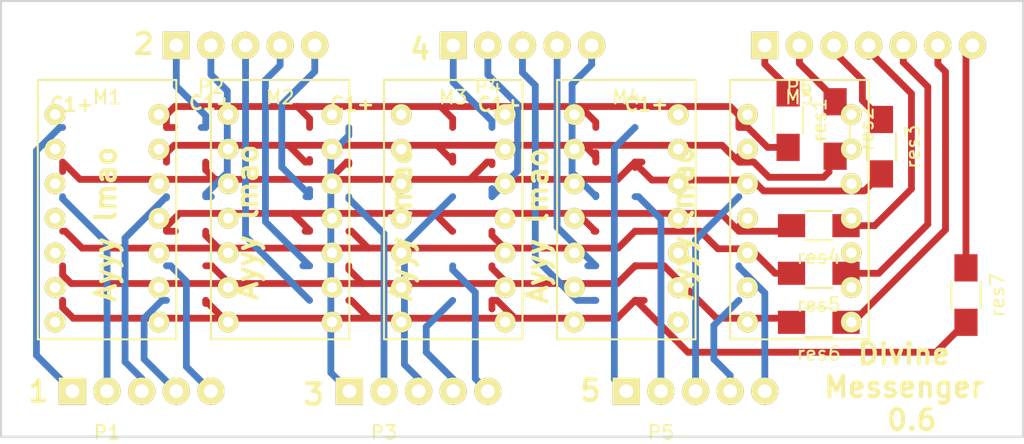
<source format=kicad_pcb>
(kicad_pcb (version 4) (host pcbnew 4.0.2+dfsg1-stable)

  (general
    (links 67)
    (no_connects 59)
    (area 136.924999 44.924999 212.075001 77.675)
    (thickness 1.6)
    (drawings 20)
    (tracks 293)
    (zones 0)
    (modules 18)
    (nets 40)
  )

  (page A4)
  (layers
    (0 F.Cu signal)
    (31 B.Cu signal)
    (32 B.Adhes user hide)
    (33 F.Adhes user hide)
    (34 B.Paste user hide)
    (35 F.Paste user hide)
    (36 B.SilkS user)
    (37 F.SilkS user)
    (38 B.Mask user)
    (39 F.Mask user)
    (40 Dwgs.User user hide)
    (41 Cmts.User user hide)
    (42 Eco1.User user hide)
    (43 Eco2.User user hide)
    (44 Edge.Cuts user)
    (45 Margin user hide)
    (46 B.CrtYd user hide)
    (47 F.CrtYd user hide)
    (48 B.Fab user hide)
    (49 F.Fab user hide)
  )

  (setup
    (last_trace_width 0.5)
    (trace_clearance 0.2)
    (zone_clearance 0.508)
    (zone_45_only no)
    (trace_min 0.5)
    (segment_width 0.2)
    (edge_width 0.15)
    (via_size 0.6)
    (via_drill 0.4)
    (via_min_size 0.4)
    (via_min_drill 0.3)
    (uvia_size 0.3)
    (uvia_drill 0.1)
    (uvias_allowed no)
    (uvia_min_size 0.2)
    (uvia_min_drill 0.1)
    (pcb_text_width 0.3)
    (pcb_text_size 1.5 1.5)
    (mod_edge_width 0.15)
    (mod_text_size 1 1)
    (mod_text_width 0.15)
    (pad_size 1.524 1.524)
    (pad_drill 0.762)
    (pad_to_mask_clearance 0.2)
    (aux_axis_origin 0 0)
    (visible_elements FFFFFF1F)
    (pcbplotparams
      (layerselection 0x010f0_80000001)
      (usegerberextensions false)
      (excludeedgelayer true)
      (linewidth 0.100000)
      (plotframeref false)
      (viasonmask false)
      (mode 1)
      (useauxorigin false)
      (hpglpennumber 1)
      (hpglpenspeed 20)
      (hpglpendiameter 15)
      (hpglpenoverlay 2)
      (psnegative false)
      (psa4output false)
      (plotreference true)
      (plotvalue true)
      (plotinvisibletext false)
      (padsonsilk false)
      (subtractmaskfromsilk false)
      (outputformat 1)
      (mirror false)
      (drillshape 0)
      (scaleselection 1)
      (outputdirectory ""))
  )

  (net 0 "")
  (net 1 C1)
  (net 2 R3)
  (net 3 C2)
  (net 4 R5)
  (net 5 R6)
  (net 6 R7)
  (net 7 C4)
  (net 8 R4)
  (net 9 C3)
  (net 10 R2)
  (net 11 R1)
  (net 12 C6)
  (net 13 C7)
  (net 14 C10)
  (net 15 C8)
  (net 16 C11)
  (net 17 C12)
  (net 18 C14)
  (net 19 C13)
  (net 20 C16)
  (net 21 C17)
  (net 22 C19)
  (net 23 C18)
  (net 24 C21)
  (net 25 C22)
  (net 26 C24)
  (net 27 C25)
  (net 28 C23)
  (net 29 C5)
  (net 30 C9)
  (net 31 C15)
  (net 32 C20)
  (net 33 "Net-(P6-Pad1)")
  (net 34 "Net-(P6-Pad2)")
  (net 35 "Net-(P6-Pad3)")
  (net 36 "Net-(P6-Pad4)")
  (net 37 "Net-(P6-Pad5)")
  (net 38 "Net-(P6-Pad6)")
  (net 39 "Net-(P6-Pad7)")

  (net_class Default "This is the default net class."
    (clearance 0.2)
    (trace_width 0.5)
    (via_dia 0.6)
    (via_drill 0.4)
    (uvia_dia 0.3)
    (uvia_drill 0.1)
  )

  (net_class now3 ""
    (clearance 0.2)
    (trace_width 0.5)
    (via_dia 0.6)
    (via_drill 0.4)
    (uvia_dia 0.3)
    (uvia_drill 0.1)
  )

  (net_class now4 ""
    (clearance 0.2)
    (trace_width 0.5)
    (via_dia 0.6)
    (via_drill 0.4)
    (uvia_dia 0.3)
    (uvia_drill 0.1)
    (add_net C1)
    (add_net C10)
    (add_net C11)
    (add_net C12)
    (add_net C13)
    (add_net C14)
    (add_net C15)
    (add_net C16)
    (add_net C17)
    (add_net C18)
    (add_net C19)
    (add_net C2)
    (add_net C20)
    (add_net C21)
    (add_net C22)
    (add_net C23)
    (add_net C24)
    (add_net C25)
    (add_net C3)
    (add_net C4)
    (add_net C5)
    (add_net C6)
    (add_net C7)
    (add_net C8)
    (add_net C9)
    (add_net "Net-(P6-Pad1)")
    (add_net "Net-(P6-Pad2)")
    (add_net "Net-(P6-Pad3)")
    (add_net "Net-(P6-Pad4)")
    (add_net "Net-(P6-Pad5)")
    (add_net "Net-(P6-Pad6)")
    (add_net "Net-(P6-Pad7)")
    (add_net R1)
    (add_net R2)
    (add_net R3)
    (add_net R4)
    (add_net R5)
    (add_net R6)
    (add_net R7)
  )

  (module Resistors_SMD:R_1206_HandSoldering (layer F.Cu) (tedit 5418A20D) (tstamp 5B840DBF)
    (at 194.75 53.75 270)
    (descr "Resistor SMD 1206, hand soldering")
    (tags "resistor 1206")
    (path /5B841175)
    (attr smd)
    (fp_text reference res1 (at 0 -2.3 270) (layer F.SilkS)
      (effects (font (size 1 1) (thickness 0.15)))
    )
    (fp_text value 1000 (at 0 2.3 270) (layer F.Fab)
      (effects (font (size 1 1) (thickness 0.15)))
    )
    (fp_line (start -3.3 -1.2) (end 3.3 -1.2) (layer F.CrtYd) (width 0.05))
    (fp_line (start -3.3 1.2) (end 3.3 1.2) (layer F.CrtYd) (width 0.05))
    (fp_line (start -3.3 -1.2) (end -3.3 1.2) (layer F.CrtYd) (width 0.05))
    (fp_line (start 3.3 -1.2) (end 3.3 1.2) (layer F.CrtYd) (width 0.05))
    (fp_line (start 1 1.075) (end -1 1.075) (layer F.SilkS) (width 0.15))
    (fp_line (start -1 -1.075) (end 1 -1.075) (layer F.SilkS) (width 0.15))
    (pad 1 smd rect (at -2 0 270) (size 2 1.7) (layers F.Cu F.Paste F.Mask)
      (net 33 "Net-(P6-Pad1)"))
    (pad 2 smd rect (at 2 0 270) (size 2 1.7) (layers F.Cu F.Paste F.Mask)
      (net 11 R1))
    (model Resistors_SMD.3dshapes/R_1206_HandSoldering.wrl
      (at (xyz 0 0 0))
      (scale (xyz 1 1 1))
      (rotate (xyz 0 0 0))
    )
  )

  (module Resistors_SMD:R_1206_HandSoldering (layer F.Cu) (tedit 5418A20D) (tstamp 5B840DC5)
    (at 198.2 54.4 270)
    (descr "Resistor SMD 1206, hand soldering")
    (tags "resistor 1206")
    (path /5B84120A)
    (attr smd)
    (fp_text reference res2 (at 0 -2.3 270) (layer F.SilkS)
      (effects (font (size 1 1) (thickness 0.15)))
    )
    (fp_text value 1000 (at 0 2.3 270) (layer F.Fab)
      (effects (font (size 1 1) (thickness 0.15)))
    )
    (fp_line (start -3.3 -1.2) (end 3.3 -1.2) (layer F.CrtYd) (width 0.05))
    (fp_line (start -3.3 1.2) (end 3.3 1.2) (layer F.CrtYd) (width 0.05))
    (fp_line (start -3.3 -1.2) (end -3.3 1.2) (layer F.CrtYd) (width 0.05))
    (fp_line (start 3.3 -1.2) (end 3.3 1.2) (layer F.CrtYd) (width 0.05))
    (fp_line (start 1 1.075) (end -1 1.075) (layer F.SilkS) (width 0.15))
    (fp_line (start -1 -1.075) (end 1 -1.075) (layer F.SilkS) (width 0.15))
    (pad 1 smd rect (at -2 0 270) (size 2 1.7) (layers F.Cu F.Paste F.Mask)
      (net 34 "Net-(P6-Pad2)"))
    (pad 2 smd rect (at 2 0 270) (size 2 1.7) (layers F.Cu F.Paste F.Mask)
      (net 10 R2))
    (model Resistors_SMD.3dshapes/R_1206_HandSoldering.wrl
      (at (xyz 0 0 0))
      (scale (xyz 1 1 1))
      (rotate (xyz 0 0 0))
    )
  )

  (module Resistors_SMD:R_1206_HandSoldering (layer F.Cu) (tedit 5418A20D) (tstamp 5B840DCB)
    (at 201.6 55.7 270)
    (descr "Resistor SMD 1206, hand soldering")
    (tags "resistor 1206")
    (path /5B84123B)
    (attr smd)
    (fp_text reference res3 (at 0 -2.3 270) (layer F.SilkS)
      (effects (font (size 1 1) (thickness 0.15)))
    )
    (fp_text value 1000 (at 0 2.3 270) (layer F.Fab)
      (effects (font (size 1 1) (thickness 0.15)))
    )
    (fp_line (start -3.3 -1.2) (end 3.3 -1.2) (layer F.CrtYd) (width 0.05))
    (fp_line (start -3.3 1.2) (end 3.3 1.2) (layer F.CrtYd) (width 0.05))
    (fp_line (start -3.3 -1.2) (end -3.3 1.2) (layer F.CrtYd) (width 0.05))
    (fp_line (start 3.3 -1.2) (end 3.3 1.2) (layer F.CrtYd) (width 0.05))
    (fp_line (start 1 1.075) (end -1 1.075) (layer F.SilkS) (width 0.15))
    (fp_line (start -1 -1.075) (end 1 -1.075) (layer F.SilkS) (width 0.15))
    (pad 1 smd rect (at -2 0 270) (size 2 1.7) (layers F.Cu F.Paste F.Mask)
      (net 35 "Net-(P6-Pad3)"))
    (pad 2 smd rect (at 2 0 270) (size 2 1.7) (layers F.Cu F.Paste F.Mask)
      (net 2 R3))
    (model Resistors_SMD.3dshapes/R_1206_HandSoldering.wrl
      (at (xyz 0 0 0))
      (scale (xyz 1 1 1))
      (rotate (xyz 0 0 0))
    )
  )

  (module Resistors_SMD:R_1206_HandSoldering (layer F.Cu) (tedit 5418A20D) (tstamp 5B840DD1)
    (at 197 61.5 180)
    (descr "Resistor SMD 1206, hand soldering")
    (tags "resistor 1206")
    (path /5B841273)
    (attr smd)
    (fp_text reference res4 (at 0 -2.3 180) (layer F.SilkS)
      (effects (font (size 1 1) (thickness 0.15)))
    )
    (fp_text value 1000 (at 0 2.3 180) (layer F.Fab)
      (effects (font (size 1 1) (thickness 0.15)))
    )
    (fp_line (start -3.3 -1.2) (end 3.3 -1.2) (layer F.CrtYd) (width 0.05))
    (fp_line (start -3.3 1.2) (end 3.3 1.2) (layer F.CrtYd) (width 0.05))
    (fp_line (start -3.3 -1.2) (end -3.3 1.2) (layer F.CrtYd) (width 0.05))
    (fp_line (start 3.3 -1.2) (end 3.3 1.2) (layer F.CrtYd) (width 0.05))
    (fp_line (start 1 1.075) (end -1 1.075) (layer F.SilkS) (width 0.15))
    (fp_line (start -1 -1.075) (end 1 -1.075) (layer F.SilkS) (width 0.15))
    (pad 1 smd rect (at -2 0 180) (size 2 1.7) (layers F.Cu F.Paste F.Mask)
      (net 36 "Net-(P6-Pad4)"))
    (pad 2 smd rect (at 2 0 180) (size 2 1.7) (layers F.Cu F.Paste F.Mask)
      (net 8 R4))
    (model Resistors_SMD.3dshapes/R_1206_HandSoldering.wrl
      (at (xyz 0 0 0))
      (scale (xyz 1 1 1))
      (rotate (xyz 0 0 0))
    )
  )

  (module Resistors_SMD:R_1206_HandSoldering (layer F.Cu) (tedit 5418A20D) (tstamp 5B840DD7)
    (at 197 65 180)
    (descr "Resistor SMD 1206, hand soldering")
    (tags "resistor 1206")
    (path /5B8412DF)
    (attr smd)
    (fp_text reference res5 (at 0 -2.3 180) (layer F.SilkS)
      (effects (font (size 1 1) (thickness 0.15)))
    )
    (fp_text value 1000 (at 0 2.3 180) (layer F.Fab)
      (effects (font (size 1 1) (thickness 0.15)))
    )
    (fp_line (start -3.3 -1.2) (end 3.3 -1.2) (layer F.CrtYd) (width 0.05))
    (fp_line (start -3.3 1.2) (end 3.3 1.2) (layer F.CrtYd) (width 0.05))
    (fp_line (start -3.3 -1.2) (end -3.3 1.2) (layer F.CrtYd) (width 0.05))
    (fp_line (start 3.3 -1.2) (end 3.3 1.2) (layer F.CrtYd) (width 0.05))
    (fp_line (start 1 1.075) (end -1 1.075) (layer F.SilkS) (width 0.15))
    (fp_line (start -1 -1.075) (end 1 -1.075) (layer F.SilkS) (width 0.15))
    (pad 1 smd rect (at -2 0 180) (size 2 1.7) (layers F.Cu F.Paste F.Mask)
      (net 37 "Net-(P6-Pad5)"))
    (pad 2 smd rect (at 2 0 180) (size 2 1.7) (layers F.Cu F.Paste F.Mask)
      (net 4 R5))
    (model Resistors_SMD.3dshapes/R_1206_HandSoldering.wrl
      (at (xyz 0 0 0))
      (scale (xyz 1 1 1))
      (rotate (xyz 0 0 0))
    )
  )

  (module Resistors_SMD:R_1206_HandSoldering (layer F.Cu) (tedit 5418A20D) (tstamp 5B840DDD)
    (at 197 68.6 180)
    (descr "Resistor SMD 1206, hand soldering")
    (tags "resistor 1206")
    (path /5B841319)
    (attr smd)
    (fp_text reference res6 (at 0 -2.3 180) (layer F.SilkS)
      (effects (font (size 1 1) (thickness 0.15)))
    )
    (fp_text value 1000 (at 0 2.3 180) (layer F.Fab)
      (effects (font (size 1 1) (thickness 0.15)))
    )
    (fp_line (start -3.3 -1.2) (end 3.3 -1.2) (layer F.CrtYd) (width 0.05))
    (fp_line (start -3.3 1.2) (end 3.3 1.2) (layer F.CrtYd) (width 0.05))
    (fp_line (start -3.3 -1.2) (end -3.3 1.2) (layer F.CrtYd) (width 0.05))
    (fp_line (start 3.3 -1.2) (end 3.3 1.2) (layer F.CrtYd) (width 0.05))
    (fp_line (start 1 1.075) (end -1 1.075) (layer F.SilkS) (width 0.15))
    (fp_line (start -1 -1.075) (end 1 -1.075) (layer F.SilkS) (width 0.15))
    (pad 1 smd rect (at -2 0 180) (size 2 1.7) (layers F.Cu F.Paste F.Mask)
      (net 38 "Net-(P6-Pad6)"))
    (pad 2 smd rect (at 2 0 180) (size 2 1.7) (layers F.Cu F.Paste F.Mask)
      (net 5 R6))
    (model Resistors_SMD.3dshapes/R_1206_HandSoldering.wrl
      (at (xyz 0 0 0))
      (scale (xyz 1 1 1))
      (rotate (xyz 0 0 0))
    )
  )

  (module Resistors_SMD:R_1206_HandSoldering (layer F.Cu) (tedit 5418A20D) (tstamp 5B840DE3)
    (at 207.8 66.6 270)
    (descr "Resistor SMD 1206, hand soldering")
    (tags "resistor 1206")
    (path /5B841356)
    (attr smd)
    (fp_text reference res7 (at 0 -2.3 270) (layer F.SilkS)
      (effects (font (size 1 1) (thickness 0.15)))
    )
    (fp_text value 1000 (at 0 2.3 270) (layer F.Fab)
      (effects (font (size 1 1) (thickness 0.15)))
    )
    (fp_line (start -3.3 -1.2) (end 3.3 -1.2) (layer F.CrtYd) (width 0.05))
    (fp_line (start -3.3 1.2) (end 3.3 1.2) (layer F.CrtYd) (width 0.05))
    (fp_line (start -3.3 -1.2) (end -3.3 1.2) (layer F.CrtYd) (width 0.05))
    (fp_line (start 3.3 -1.2) (end 3.3 1.2) (layer F.CrtYd) (width 0.05))
    (fp_line (start 1 1.075) (end -1 1.075) (layer F.SilkS) (width 0.15))
    (fp_line (start -1 -1.075) (end 1 -1.075) (layer F.SilkS) (width 0.15))
    (pad 1 smd rect (at -2 0 270) (size 2 1.7) (layers F.Cu F.Paste F.Mask)
      (net 39 "Net-(P6-Pad7)"))
    (pad 2 smd rect (at 2 0 270) (size 2 1.7) (layers F.Cu F.Paste F.Mask)
      (net 6 R7))
    (model Resistors_SMD.3dshapes/R_1206_HandSoldering.wrl
      (at (xyz 0 0 0))
      (scale (xyz 1 1 1))
      (rotate (xyz 0 0 0))
    )
  )

  (module NonRetardedHeader:NonRetardHeader1x5 (layer F.Cu) (tedit 5B840B7A) (tstamp 5B842446)
    (at 144.78 76.2)
    (path /5B841EB0)
    (fp_text reference P1 (at 0 0.5) (layer F.SilkS)
      (effects (font (size 1 1) (thickness 0.15)))
    )
    (fp_text value CONN_01X05 (at 0 -0.5) (layer F.Fab)
      (effects (font (size 1 1) (thickness 0.15)))
    )
    (pad 1 thru_hole rect (at -2.54 -2.54) (size 2 2) (drill 1) (layers *.Cu *.Mask F.SilkS)
      (net 1 C1))
    (pad 2 thru_hole circle (at 0 -2.54) (size 2 2) (drill 1) (layers *.Cu *.Mask F.SilkS)
      (net 3 C2))
    (pad 3 thru_hole circle (at 2.54 -2.54) (size 2 2) (drill 1) (layers *.Cu *.Mask F.SilkS)
      (net 9 C3))
    (pad 4 thru_hole circle (at 5.08 -2.54) (size 2 2) (drill 1) (layers *.Cu *.Mask F.SilkS)
      (net 7 C4))
    (pad 5 thru_hole circle (at 7.62 -2.54) (size 2 2) (drill 1) (layers *.Cu *.Mask F.SilkS)
      (net 29 C5))
  )

  (module NonRetardedHeader:NonRetardHeader1x5 (layer F.Cu) (tedit 5B840B7A) (tstamp 5B842458)
    (at 165.1 76.2)
    (path /5B841FAF)
    (fp_text reference P3 (at 0 0.5) (layer F.SilkS)
      (effects (font (size 1 1) (thickness 0.15)))
    )
    (fp_text value CONN_01X05 (at 0 -0.5) (layer F.Fab)
      (effects (font (size 1 1) (thickness 0.15)))
    )
    (pad 1 thru_hole rect (at -2.54 -2.54) (size 2 2) (drill 1) (layers *.Cu *.Mask F.SilkS)
      (net 16 C11))
    (pad 2 thru_hole circle (at 0 -2.54) (size 2 2) (drill 1) (layers *.Cu *.Mask F.SilkS)
      (net 17 C12))
    (pad 3 thru_hole circle (at 2.54 -2.54) (size 2 2) (drill 1) (layers *.Cu *.Mask F.SilkS)
      (net 19 C13))
    (pad 4 thru_hole circle (at 5.08 -2.54) (size 2 2) (drill 1) (layers *.Cu *.Mask F.SilkS)
      (net 18 C14))
    (pad 5 thru_hole circle (at 7.62 -2.54) (size 2 2) (drill 1) (layers *.Cu *.Mask F.SilkS)
      (net 31 C15))
  )

  (module NonRetardedHeader:NonRetardHeader1x5 (layer F.Cu) (tedit 5B840B7A) (tstamp 5B84246A)
    (at 185.42 76.2)
    (path /5B8420AC)
    (fp_text reference P5 (at 0 0.5) (layer F.SilkS)
      (effects (font (size 1 1) (thickness 0.15)))
    )
    (fp_text value CONN_01X05 (at 0 -0.5) (layer F.Fab)
      (effects (font (size 1 1) (thickness 0.15)))
    )
    (pad 1 thru_hole rect (at -2.54 -2.54) (size 2 2) (drill 1) (layers *.Cu *.Mask F.SilkS)
      (net 24 C21))
    (pad 2 thru_hole circle (at 0 -2.54) (size 2 2) (drill 1) (layers *.Cu *.Mask F.SilkS)
      (net 25 C22))
    (pad 3 thru_hole circle (at 2.54 -2.54) (size 2 2) (drill 1) (layers *.Cu *.Mask F.SilkS)
      (net 28 C23))
    (pad 4 thru_hole circle (at 5.08 -2.54) (size 2 2) (drill 1) (layers *.Cu *.Mask F.SilkS)
      (net 26 C24))
    (pad 5 thru_hole circle (at 7.62 -2.54) (size 2 2) (drill 1) (layers *.Cu *.Mask F.SilkS)
      (net 27 C25))
  )

  (module NonRetardedHeader:NonRetardHeader1x7 (layer F.Cu) (tedit 5B840BA7) (tstamp 5B842475)
    (at 195.58 50.8)
    (path /5B84156A)
    (fp_text reference P6 (at 0 0.5) (layer F.SilkS)
      (effects (font (size 1 1) (thickness 0.15)))
    )
    (fp_text value CONN_01X07 (at 0 -0.5) (layer F.Fab)
      (effects (font (size 1 1) (thickness 0.15)))
    )
    (pad 1 thru_hole rect (at -2.54 -2.54) (size 2 2) (drill 1) (layers *.Cu *.Mask F.SilkS)
      (net 33 "Net-(P6-Pad1)"))
    (pad 2 thru_hole circle (at 0 -2.54) (size 2 2) (drill 1) (layers *.Cu *.Mask F.SilkS)
      (net 34 "Net-(P6-Pad2)"))
    (pad 3 thru_hole circle (at 2.54 -2.54) (size 2 2) (drill 1) (layers *.Cu *.Mask F.SilkS)
      (net 35 "Net-(P6-Pad3)"))
    (pad 4 thru_hole circle (at 5.08 -2.54) (size 2 2) (drill 1) (layers *.Cu *.Mask F.SilkS)
      (net 36 "Net-(P6-Pad4)"))
    (pad 5 thru_hole circle (at 7.62 -2.54) (size 2 2) (drill 1) (layers *.Cu *.Mask F.SilkS)
      (net 37 "Net-(P6-Pad5)"))
    (pad 6 thru_hole circle (at 10.16 -2.54) (size 2 2) (drill 1) (layers *.Cu *.Mask F.SilkS)
      (net 38 "Net-(P6-Pad6)"))
    (pad 7 thru_hole circle (at 12.7 -2.54) (size 2 2) (drill 1) (layers *.Cu *.Mask F.SilkS)
      (net 39 "Net-(P6-Pad7)"))
  )

  (module 757-5x7Matrix:757-5x7Matrix-socket (layer F.Cu) (tedit 5B84245B) (tstamp 5B842591)
    (at 139.7 50.8)
    (path /5B8405A3)
    (fp_text reference M1 (at 5.08 1.27) (layer F.SilkS)
      (effects (font (size 1 1) (thickness 0.15)))
    )
    (fp_text value 757AS_5x7Matrix (at 5.08 8.89 270) (layer F.Fab)
      (effects (font (size 1 1) (thickness 0.15)))
    )
    (fp_line (start 0 17.78) (end 0 19.05) (layer F.SilkS) (width 0.15))
    (fp_line (start 10.16 17.78) (end 10.16 19.05) (layer F.SilkS) (width 0.15))
    (fp_line (start 10.16 19.05) (end 0 19.05) (layer F.SilkS) (width 0.15))
    (fp_line (start 0 0) (end 10.16 0) (layer F.SilkS) (width 0.15))
    (fp_line (start 10.16 0) (end 10.16 17.78) (layer F.SilkS) (width 0.15))
    (fp_line (start 0 17.78) (end 0 0) (layer F.SilkS) (width 0.15))
    (pad 1 thru_hole circle (at 1.27 2.54) (size 1.524 1.524) (drill 0.762) (layers *.Cu *.Mask F.SilkS)
      (net 1 C1))
    (pad 2 thru_hole circle (at 1.27 5.08) (size 1.524 1.524) (drill 0.762) (layers *.Cu *.Mask F.SilkS)
      (net 2 R3))
    (pad 3 thru_hole circle (at 1.27 7.62) (size 1.524 1.524) (drill 0.762) (layers *.Cu *.Mask F.SilkS)
      (net 3 C2))
    (pad 4 thru_hole circle (at 1.27 10.16) (size 1.524 1.524) (drill 0.762) (layers *.Cu *.Mask F.SilkS)
      (net 4 R5))
    (pad 5 thru_hole circle (at 1.27 12.7) (size 1.524 1.524) (drill 0.762) (layers *.Cu *.Mask F.SilkS)
      (net 5 R6))
    (pad 6 thru_hole circle (at 1.27 15.24) (size 1.524 1.524) (drill 0.762) (layers *.Cu *.Mask F.SilkS)
      (net 6 R7))
    (pad 7 thru_hole circle (at 8.89 15.24) (size 1.524 1.524) (drill 0.762) (layers *.Cu *.Mask F.SilkS)
      (net 7 C4))
    (pad 8 thru_hole circle (at 8.89 12.7) (size 1.524 1.524) (drill 0.762) (layers *.Cu *.Mask F.SilkS)
      (net 29 C5))
    (pad 9 thru_hole circle (at 8.89 10.16) (size 1.524 1.524) (drill 0.762) (layers *.Cu *.Mask F.SilkS)
      (net 8 R4))
    (pad 10 thru_hole circle (at 8.89 7.62) (size 1.524 1.524) (drill 0.762) (layers *.Cu *.Mask F.SilkS)
      (net 9 C3))
    (pad 11 thru_hole circle (at 8.89 5.08) (size 1.524 1.524) (drill 0.762) (layers *.Cu *.Mask F.SilkS)
      (net 10 R2))
    (pad 12 thru_hole circle (at 8.89 2.54) (size 1.524 1.524) (drill 0.762) (layers *.Cu *.Mask F.SilkS)
      (net 11 R1))
    (pad 13 thru_hole circle (at 1.27 17.78) (size 1.524 1.524) (drill 0.762) (layers *.Cu *.Mask F.SilkS))
    (pad 14 thru_hole circle (at 8.89 17.78) (size 1.524 1.524) (drill 0.762) (layers *.Cu *.Mask F.SilkS))
  )

  (module 757-5x7Matrix:757-5x7Matrix-socket (layer F.Cu) (tedit 5B84245B) (tstamp 5B8425A6)
    (at 152.4 50.8)
    (path /5B8405A4)
    (fp_text reference M2 (at 5.08 1.27) (layer F.SilkS)
      (effects (font (size 1 1) (thickness 0.15)))
    )
    (fp_text value 757AS_5x7Matrix (at 5.08 8.89 270) (layer F.Fab)
      (effects (font (size 1 1) (thickness 0.15)))
    )
    (fp_line (start 0 17.78) (end 0 19.05) (layer F.SilkS) (width 0.15))
    (fp_line (start 10.16 17.78) (end 10.16 19.05) (layer F.SilkS) (width 0.15))
    (fp_line (start 10.16 19.05) (end 0 19.05) (layer F.SilkS) (width 0.15))
    (fp_line (start 0 0) (end 10.16 0) (layer F.SilkS) (width 0.15))
    (fp_line (start 10.16 0) (end 10.16 17.78) (layer F.SilkS) (width 0.15))
    (fp_line (start 0 17.78) (end 0 0) (layer F.SilkS) (width 0.15))
    (pad 1 thru_hole circle (at 1.27 2.54) (size 1.524 1.524) (drill 0.762) (layers *.Cu *.Mask F.SilkS)
      (net 12 C6))
    (pad 2 thru_hole circle (at 1.27 5.08) (size 1.524 1.524) (drill 0.762) (layers *.Cu *.Mask F.SilkS)
      (net 2 R3))
    (pad 3 thru_hole circle (at 1.27 7.62) (size 1.524 1.524) (drill 0.762) (layers *.Cu *.Mask F.SilkS)
      (net 13 C7))
    (pad 4 thru_hole circle (at 1.27 10.16) (size 1.524 1.524) (drill 0.762) (layers *.Cu *.Mask F.SilkS)
      (net 4 R5))
    (pad 5 thru_hole circle (at 1.27 12.7) (size 1.524 1.524) (drill 0.762) (layers *.Cu *.Mask F.SilkS)
      (net 5 R6))
    (pad 6 thru_hole circle (at 1.27 15.24) (size 1.524 1.524) (drill 0.762) (layers *.Cu *.Mask F.SilkS)
      (net 6 R7))
    (pad 7 thru_hole circle (at 8.89 15.24) (size 1.524 1.524) (drill 0.762) (layers *.Cu *.Mask F.SilkS)
      (net 30 C9))
    (pad 8 thru_hole circle (at 8.89 12.7) (size 1.524 1.524) (drill 0.762) (layers *.Cu *.Mask F.SilkS)
      (net 14 C10))
    (pad 9 thru_hole circle (at 8.89 10.16) (size 1.524 1.524) (drill 0.762) (layers *.Cu *.Mask F.SilkS)
      (net 8 R4))
    (pad 10 thru_hole circle (at 8.89 7.62) (size 1.524 1.524) (drill 0.762) (layers *.Cu *.Mask F.SilkS)
      (net 15 C8))
    (pad 11 thru_hole circle (at 8.89 5.08) (size 1.524 1.524) (drill 0.762) (layers *.Cu *.Mask F.SilkS)
      (net 10 R2))
    (pad 12 thru_hole circle (at 8.89 2.54) (size 1.524 1.524) (drill 0.762) (layers *.Cu *.Mask F.SilkS)
      (net 11 R1))
    (pad 13 thru_hole circle (at 1.27 17.78) (size 1.524 1.524) (drill 0.762) (layers *.Cu *.Mask F.SilkS))
    (pad 14 thru_hole circle (at 8.89 17.78) (size 1.524 1.524) (drill 0.762) (layers *.Cu *.Mask F.SilkS))
  )

  (module 757-5x7Matrix:757-5x7Matrix-socket (layer F.Cu) (tedit 5B84245B) (tstamp 5B8425BB)
    (at 165.1 50.8)
    (path /5B8405A5)
    (fp_text reference M3 (at 5.08 1.27) (layer F.SilkS)
      (effects (font (size 1 1) (thickness 0.15)))
    )
    (fp_text value 757AS_5x7Matrix (at 5.08 8.89 270) (layer F.Fab)
      (effects (font (size 1 1) (thickness 0.15)))
    )
    (fp_line (start 0 17.78) (end 0 19.05) (layer F.SilkS) (width 0.15))
    (fp_line (start 10.16 17.78) (end 10.16 19.05) (layer F.SilkS) (width 0.15))
    (fp_line (start 10.16 19.05) (end 0 19.05) (layer F.SilkS) (width 0.15))
    (fp_line (start 0 0) (end 10.16 0) (layer F.SilkS) (width 0.15))
    (fp_line (start 10.16 0) (end 10.16 17.78) (layer F.SilkS) (width 0.15))
    (fp_line (start 0 17.78) (end 0 0) (layer F.SilkS) (width 0.15))
    (pad 1 thru_hole circle (at 1.27 2.54) (size 1.524 1.524) (drill 0.762) (layers *.Cu *.Mask F.SilkS)
      (net 16 C11))
    (pad 2 thru_hole circle (at 1.27 5.08) (size 1.524 1.524) (drill 0.762) (layers *.Cu *.Mask F.SilkS)
      (net 2 R3))
    (pad 3 thru_hole circle (at 1.27 7.62) (size 1.524 1.524) (drill 0.762) (layers *.Cu *.Mask F.SilkS)
      (net 17 C12))
    (pad 4 thru_hole circle (at 1.27 10.16) (size 1.524 1.524) (drill 0.762) (layers *.Cu *.Mask F.SilkS)
      (net 4 R5))
    (pad 5 thru_hole circle (at 1.27 12.7) (size 1.524 1.524) (drill 0.762) (layers *.Cu *.Mask F.SilkS)
      (net 5 R6))
    (pad 6 thru_hole circle (at 1.27 15.24) (size 1.524 1.524) (drill 0.762) (layers *.Cu *.Mask F.SilkS)
      (net 6 R7))
    (pad 7 thru_hole circle (at 8.89 15.24) (size 1.524 1.524) (drill 0.762) (layers *.Cu *.Mask F.SilkS)
      (net 18 C14))
    (pad 8 thru_hole circle (at 8.89 12.7) (size 1.524 1.524) (drill 0.762) (layers *.Cu *.Mask F.SilkS)
      (net 31 C15))
    (pad 9 thru_hole circle (at 8.89 10.16) (size 1.524 1.524) (drill 0.762) (layers *.Cu *.Mask F.SilkS)
      (net 8 R4))
    (pad 10 thru_hole circle (at 8.89 7.62) (size 1.524 1.524) (drill 0.762) (layers *.Cu *.Mask F.SilkS)
      (net 19 C13))
    (pad 11 thru_hole circle (at 8.89 5.08) (size 1.524 1.524) (drill 0.762) (layers *.Cu *.Mask F.SilkS)
      (net 10 R2))
    (pad 12 thru_hole circle (at 8.89 2.54) (size 1.524 1.524) (drill 0.762) (layers *.Cu *.Mask F.SilkS)
      (net 11 R1))
    (pad 13 thru_hole circle (at 1.27 17.78) (size 1.524 1.524) (drill 0.762) (layers *.Cu *.Mask F.SilkS))
    (pad 14 thru_hole circle (at 8.89 17.78) (size 1.524 1.524) (drill 0.762) (layers *.Cu *.Mask F.SilkS))
  )

  (module 757-5x7Matrix:757-5x7Matrix-socket (layer F.Cu) (tedit 5B84245B) (tstamp 5B8425D0)
    (at 177.8 50.8)
    (path /5B8405A6)
    (fp_text reference M4 (at 5.08 1.27) (layer F.SilkS)
      (effects (font (size 1 1) (thickness 0.15)))
    )
    (fp_text value 757AS_5x7Matrix (at 5.08 8.89 270) (layer F.Fab)
      (effects (font (size 1 1) (thickness 0.15)))
    )
    (fp_line (start 0 17.78) (end 0 19.05) (layer F.SilkS) (width 0.15))
    (fp_line (start 10.16 17.78) (end 10.16 19.05) (layer F.SilkS) (width 0.15))
    (fp_line (start 10.16 19.05) (end 0 19.05) (layer F.SilkS) (width 0.15))
    (fp_line (start 0 0) (end 10.16 0) (layer F.SilkS) (width 0.15))
    (fp_line (start 10.16 0) (end 10.16 17.78) (layer F.SilkS) (width 0.15))
    (fp_line (start 0 17.78) (end 0 0) (layer F.SilkS) (width 0.15))
    (pad 1 thru_hole circle (at 1.27 2.54) (size 1.524 1.524) (drill 0.762) (layers *.Cu *.Mask F.SilkS)
      (net 20 C16))
    (pad 2 thru_hole circle (at 1.27 5.08) (size 1.524 1.524) (drill 0.762) (layers *.Cu *.Mask F.SilkS)
      (net 2 R3))
    (pad 3 thru_hole circle (at 1.27 7.62) (size 1.524 1.524) (drill 0.762) (layers *.Cu *.Mask F.SilkS)
      (net 21 C17))
    (pad 4 thru_hole circle (at 1.27 10.16) (size 1.524 1.524) (drill 0.762) (layers *.Cu *.Mask F.SilkS)
      (net 4 R5))
    (pad 5 thru_hole circle (at 1.27 12.7) (size 1.524 1.524) (drill 0.762) (layers *.Cu *.Mask F.SilkS)
      (net 5 R6))
    (pad 6 thru_hole circle (at 1.27 15.24) (size 1.524 1.524) (drill 0.762) (layers *.Cu *.Mask F.SilkS)
      (net 6 R7))
    (pad 7 thru_hole circle (at 8.89 15.24) (size 1.524 1.524) (drill 0.762) (layers *.Cu *.Mask F.SilkS)
      (net 22 C19))
    (pad 8 thru_hole circle (at 8.89 12.7) (size 1.524 1.524) (drill 0.762) (layers *.Cu *.Mask F.SilkS)
      (net 32 C20))
    (pad 9 thru_hole circle (at 8.89 10.16) (size 1.524 1.524) (drill 0.762) (layers *.Cu *.Mask F.SilkS)
      (net 8 R4))
    (pad 10 thru_hole circle (at 8.89 7.62) (size 1.524 1.524) (drill 0.762) (layers *.Cu *.Mask F.SilkS)
      (net 23 C18))
    (pad 11 thru_hole circle (at 8.89 5.08) (size 1.524 1.524) (drill 0.762) (layers *.Cu *.Mask F.SilkS)
      (net 10 R2))
    (pad 12 thru_hole circle (at 8.89 2.54) (size 1.524 1.524) (drill 0.762) (layers *.Cu *.Mask F.SilkS)
      (net 11 R1))
    (pad 13 thru_hole circle (at 1.27 17.78) (size 1.524 1.524) (drill 0.762) (layers *.Cu *.Mask F.SilkS))
    (pad 14 thru_hole circle (at 8.89 17.78) (size 1.524 1.524) (drill 0.762) (layers *.Cu *.Mask F.SilkS))
  )

  (module 757-5x7Matrix:757-5x7Matrix-socket (layer F.Cu) (tedit 5B84245B) (tstamp 5B8425E5)
    (at 190.5 50.8)
    (path /5B8405A7)
    (fp_text reference M5 (at 5.08 1.27) (layer F.SilkS)
      (effects (font (size 1 1) (thickness 0.15)))
    )
    (fp_text value 757AS_5x7Matrix (at 5.08 8.89 270) (layer F.Fab)
      (effects (font (size 1 1) (thickness 0.15)))
    )
    (fp_line (start 0 17.78) (end 0 19.05) (layer F.SilkS) (width 0.15))
    (fp_line (start 10.16 17.78) (end 10.16 19.05) (layer F.SilkS) (width 0.15))
    (fp_line (start 10.16 19.05) (end 0 19.05) (layer F.SilkS) (width 0.15))
    (fp_line (start 0 0) (end 10.16 0) (layer F.SilkS) (width 0.15))
    (fp_line (start 10.16 0) (end 10.16 17.78) (layer F.SilkS) (width 0.15))
    (fp_line (start 0 17.78) (end 0 0) (layer F.SilkS) (width 0.15))
    (pad 1 thru_hole circle (at 1.27 2.54) (size 1.524 1.524) (drill 0.762) (layers *.Cu *.Mask F.SilkS)
      (net 24 C21))
    (pad 2 thru_hole circle (at 1.27 5.08) (size 1.524 1.524) (drill 0.762) (layers *.Cu *.Mask F.SilkS)
      (net 2 R3))
    (pad 3 thru_hole circle (at 1.27 7.62) (size 1.524 1.524) (drill 0.762) (layers *.Cu *.Mask F.SilkS)
      (net 25 C22))
    (pad 4 thru_hole circle (at 1.27 10.16) (size 1.524 1.524) (drill 0.762) (layers *.Cu *.Mask F.SilkS)
      (net 4 R5))
    (pad 5 thru_hole circle (at 1.27 12.7) (size 1.524 1.524) (drill 0.762) (layers *.Cu *.Mask F.SilkS)
      (net 5 R6))
    (pad 6 thru_hole circle (at 1.27 15.24) (size 1.524 1.524) (drill 0.762) (layers *.Cu *.Mask F.SilkS)
      (net 6 R7))
    (pad 7 thru_hole circle (at 8.89 15.24) (size 1.524 1.524) (drill 0.762) (layers *.Cu *.Mask F.SilkS)
      (net 26 C24))
    (pad 8 thru_hole circle (at 8.89 12.7) (size 1.524 1.524) (drill 0.762) (layers *.Cu *.Mask F.SilkS)
      (net 27 C25))
    (pad 9 thru_hole circle (at 8.89 10.16) (size 1.524 1.524) (drill 0.762) (layers *.Cu *.Mask F.SilkS)
      (net 8 R4))
    (pad 10 thru_hole circle (at 8.89 7.62) (size 1.524 1.524) (drill 0.762) (layers *.Cu *.Mask F.SilkS)
      (net 28 C23))
    (pad 11 thru_hole circle (at 8.89 5.08) (size 1.524 1.524) (drill 0.762) (layers *.Cu *.Mask F.SilkS)
      (net 10 R2))
    (pad 12 thru_hole circle (at 8.89 2.54) (size 1.524 1.524) (drill 0.762) (layers *.Cu *.Mask F.SilkS)
      (net 11 R1))
    (pad 13 thru_hole circle (at 1.27 17.78) (size 1.524 1.524) (drill 0.762) (layers *.Cu *.Mask F.SilkS))
    (pad 14 thru_hole circle (at 8.89 17.78) (size 1.524 1.524) (drill 0.762) (layers *.Cu *.Mask F.SilkS))
  )

  (module NonRetardedHeader:NonRetardHeader1x5 (layer F.Cu) (tedit 5B840B7A) (tstamp 5BA688FF)
    (at 152.4 50.8)
    (path /5BA618B8)
    (fp_text reference P2 (at 0 0.5) (layer F.SilkS)
      (effects (font (size 1 1) (thickness 0.15)))
    )
    (fp_text value CONN_01X05 (at 0 -0.5) (layer F.Fab)
      (effects (font (size 1 1) (thickness 0.15)))
    )
    (pad 1 thru_hole rect (at -2.54 -2.54) (size 2 2) (drill 1) (layers *.Cu *.Mask F.SilkS)
      (net 12 C6))
    (pad 2 thru_hole circle (at 0 -2.54) (size 2 2) (drill 1) (layers *.Cu *.Mask F.SilkS)
      (net 13 C7))
    (pad 3 thru_hole circle (at 2.54 -2.54) (size 2 2) (drill 1) (layers *.Cu *.Mask F.SilkS)
      (net 30 C9))
    (pad 4 thru_hole circle (at 5.08 -2.54) (size 2 2) (drill 1) (layers *.Cu *.Mask F.SilkS)
      (net 14 C10))
    (pad 5 thru_hole circle (at 7.62 -2.54) (size 2 2) (drill 1) (layers *.Cu *.Mask F.SilkS)
      (net 15 C8))
  )

  (module NonRetardedHeader:NonRetardHeader1x5 (layer F.Cu) (tedit 5B840B7A) (tstamp 5BA68908)
    (at 172.72 50.8)
    (path /5BA6191D)
    (fp_text reference P4 (at 0 0.5) (layer F.SilkS)
      (effects (font (size 1 1) (thickness 0.15)))
    )
    (fp_text value CONN_01X05 (at 0 -0.5) (layer F.Fab)
      (effects (font (size 1 1) (thickness 0.15)))
    )
    (pad 1 thru_hole rect (at -2.54 -2.54) (size 2 2) (drill 1) (layers *.Cu *.Mask F.SilkS)
      (net 20 C16))
    (pad 2 thru_hole circle (at 0 -2.54) (size 2 2) (drill 1) (layers *.Cu *.Mask F.SilkS)
      (net 21 C17))
    (pad 3 thru_hole circle (at 2.54 -2.54) (size 2 2) (drill 1) (layers *.Cu *.Mask F.SilkS)
      (net 22 C19))
    (pad 4 thru_hole circle (at 5.08 -2.54) (size 2 2) (drill 1) (layers *.Cu *.Mask F.SilkS)
      (net 32 C20))
    (pad 5 thru_hole circle (at 7.62 -2.54) (size 2 2) (drill 1) (layers *.Cu *.Mask F.SilkS)
      (net 23 C18))
  )

  (gr_line (start 212 45) (end 137 45) (angle 90) (layer Edge.Cuts) (width 0.15))
  (gr_line (start 212 77) (end 212 45) (angle 90) (layer Edge.Cuts) (width 0.15))
  (gr_line (start 137 77) (end 212 77) (angle 90) (layer Edge.Cuts) (width 0.15))
  (gr_line (start 137 45) (end 137 77) (angle 90) (layer Edge.Cuts) (width 0.15))
  (gr_text 1 (at 139.75 73.675) (layer F.SilkS)
    (effects (font (size 1.5 1.5) (thickness 0.3)))
  )
  (gr_text 4 (at 167.75 48.55) (layer F.SilkS)
    (effects (font (size 1.5 1.5) (thickness 0.3)))
  )
  (gr_text 5 (at 180.25 73.625) (layer F.SilkS)
    (effects (font (size 1.5 1.5) (thickness 0.3)))
  )
  (gr_text 3 (at 159.95 73.9) (layer F.SilkS)
    (effects (font (size 1.5 1.5) (thickness 0.3)))
  )
  (gr_text 2 (at 147.475 48.15) (layer F.SilkS)
    (effects (font (size 1.5 1.5) (thickness 0.3)))
  )
  (gr_text "Ayyy lmao" (at 187.025 61.3 90) (layer F.SilkS)
    (effects (font (size 1.5 1.5) (thickness 0.3)))
  )
  (gr_text "Ayyy lmao" (at 176.35 61.525 90) (layer F.SilkS)
    (effects (font (size 1.5 1.5) (thickness 0.3)))
  )
  (gr_text "Ayyy lmao" (at 155.075 61.25 90) (layer F.SilkS)
    (effects (font (size 1.5 1.5) (thickness 0.3)))
  )
  (gr_text "Ayyy lmao" (at 166.35 61.35 90) (layer F.SilkS)
    (effects (font (size 1.5 1.5) (thickness 0.3)))
  )
  (gr_text "Ayyy lmao" (at 144.675 61.4 90) (layer F.SilkS)
    (effects (font (size 1.5 1.5) (thickness 0.3)))
  )
  (gr_text "Divine \nMessenger \n0.6" (at 203.825 73.35) (layer F.SilkS)
    (effects (font (size 1.5 1.5) (thickness 0.3)))
  )
  (gr_text C1+ (at 184.35 52.575) (layer F.SilkS)
    (effects (font (size 1 1) (thickness 0.2)))
  )
  (gr_text C1+ (at 173.575 52.6) (layer F.SilkS)
    (effects (font (size 1 1) (thickness 0.2)))
  )
  (gr_text C1+ (at 162.775 52.575) (layer F.SilkS)
    (effects (font (size 1 1) (thickness 0.2)))
  )
  (gr_text C1+ (at 152.4 52.475) (layer F.SilkS)
    (effects (font (size 1 1) (thickness 0.2)))
  )
  (gr_text C1+ (at 142.2 52.6) (layer F.SilkS)
    (effects (font (size 1 1) (thickness 0.2)))
  )

  (segment (start 141.52 54.29) (end 141.31 54.29) (width 0.5) (layer B.Cu) (net 1) (status 30))
  (segment (start 141.31 54.29) (end 139.6 56) (width 0.5) (layer B.Cu) (net 1) (tstamp 5B841621) (status 10))
  (segment (start 139.6 56) (end 139.6 71.02) (width 0.5) (layer B.Cu) (net 1) (tstamp 5B841622))
  (segment (start 139.6 71.02) (end 142.24 73.66) (width 0.5) (layer B.Cu) (net 1) (tstamp 5B841624) (status 20))
  (segment (start 200.35 58.95) (end 201.6 57.7) (width 0.5) (layer F.Cu) (net 2) (tstamp 5BA68A45))
  (segment (start 141.52 59.37) (end 141.52 59.52) (width 0.5) (layer B.Cu) (net 3) (status 30))
  (segment (start 141.52 59.52) (end 144.78 62.78) (width 0.5) (layer B.Cu) (net 3) (tstamp 5B841628) (status 10))
  (segment (start 144.78 62.78) (end 144.78 73.66) (width 0.5) (layer B.Cu) (net 3) (tstamp 5B841629) (status 20))
  (segment (start 193.8 65) (end 195 65) (width 0.5) (layer F.Cu) (net 4) (tstamp 5BA68A9D))
  (segment (start 159.64 61.91) (end 159.64 61.84) (width 0.5) (layer F.Cu) (net 4))
  (segment (start 159.64 61.84) (end 158.4 60.6) (width 0.5) (layer F.Cu) (net 4) (tstamp 5BA55612))
  (segment (start 170.14 61.91) (end 170.11 61.91) (width 0.5) (layer F.Cu) (net 4))
  (segment (start 170.11 61.91) (end 168.8 60.6) (width 0.5) (layer F.Cu) (net 4) (tstamp 5BA5560D))
  (segment (start 180.64 61.91) (end 180.61 61.91) (width 0.5) (layer F.Cu) (net 4))
  (segment (start 180.61 61.91) (end 179.3 60.6) (width 0.5) (layer F.Cu) (net 4) (tstamp 5BA55608))
  (segment (start 149.14 61.91) (end 149.14 61.56) (width 0.5) (layer F.Cu) (net 4))
  (segment (start 149.14 61.56) (end 150.1 60.6) (width 0.5) (layer F.Cu) (net 4) (tstamp 5BA555FA))
  (segment (start 150.1 60.6) (end 158.4 60.6) (width 0.5) (layer F.Cu) (net 4) (tstamp 5BA555FC))
  (segment (start 158.4 60.6) (end 168.8 60.6) (width 0.5) (layer F.Cu) (net 4) (tstamp 5BA55615))
  (segment (start 168.8 60.6) (end 179.3 60.6) (width 0.5) (layer F.Cu) (net 4) (tstamp 5BA55610))
  (segment (start 179.3 60.6) (end 189.83 60.6) (width 0.5) (layer F.Cu) (net 4) (tstamp 5BA5560B))
  (segment (start 159.64 61.91) (end 159.31 61.91) (width 0.5) (layer F.Cu) (net 4) (status 30))
  (segment (start 180.64 61.91) (end 180.51 61.91) (width 0.5) (layer F.Cu) (net 4) (status 30))
  (segment (start 149.14 61.91) (end 149.79 61.91) (width 0.5) (layer F.Cu) (net 4) (status 30))
  (segment (start 189.83 60.6) (end 191.14 61.91) (width 0.5) (layer F.Cu) (net 4) (tstamp 5BA55604))
  (segment (start 183.52 61.91) (end 188.31 61.91) (width 0.5) (layer F.Cu) (net 5))
  (segment (start 192 63.2) (end 193.8 65) (width 0.5) (layer F.Cu) (net 5) (tstamp 5BA68A9C))
  (segment (start 189.6 63.2) (end 192 63.2) (width 0.5) (layer F.Cu) (net 5) (tstamp 5BA68A9B))
  (segment (start 188.31 61.91) (end 189.6 63.2) (width 0.5) (layer F.Cu) (net 5) (tstamp 5BA68A9A))
  (segment (start 183.52 61.91) (end 184.11 61.91) (width 0.5) (layer F.Cu) (net 5) (status 30))
  (segment (start 182.28 63.15) (end 183.52 61.91) (width 0.5) (layer F.Cu) (net 5) (tstamp 5B8412D7) (status 20))
  (segment (start 183.52 64.45) (end 185.65 64.45) (width 0.5) (layer F.Cu) (net 5))
  (segment (start 189.5 68.3) (end 194.7 68.3) (width 0.5) (layer F.Cu) (net 5) (tstamp 5BA68AA4))
  (segment (start 185.65 64.45) (end 189.5 68.3) (width 0.5) (layer F.Cu) (net 5) (tstamp 5BA68AA2))
  (segment (start 194.7 68.3) (end 195 68.6) (width 0.5) (layer F.Cu) (net 5) (tstamp 5BA68AA6))
  (segment (start 183.52 64.45) (end 183.52 64.52) (width 0.5) (layer F.Cu) (net 5) (status 30))
  (segment (start 182.22 65.75) (end 183.52 64.45) (width 0.5) (layer F.Cu) (net 5) (tstamp 5B8412ED) (status 20))
  (segment (start 166.6 71.7) (end 166.6 62.91) (width 0.5) (layer B.Cu) (net 5) (tstamp 5BA68A92))
  (segment (start 166.6 62.91) (end 170.14 59.37) (width 0.5) (layer B.Cu) (net 5) (tstamp 5BA68A93))
  (segment (start 152.02 64.45) (end 152.45 64.45) (width 0.5) (layer F.Cu) (net 6) (status 30))
  (segment (start 152.45 64.45) (end 153.75 65.75) (width 0.5) (layer F.Cu) (net 6) (tstamp 5B8412FA) (status 10))
  (segment (start 141.52 65.12) (end 142.15 65.75) (width 0.5) (layer F.Cu) (net 6) (tstamp 5B8412EB) (status 10))
  (segment (start 142.15 65.75) (end 153.75 65.75) (width 0.5) (layer F.Cu) (net 6) (tstamp 5B8412EC))
  (segment (start 153.75 65.75) (end 163.55 65.75) (width 0.5) (layer F.Cu) (net 6) (tstamp 5B8412FD))
  (segment (start 141.52 64.45) (end 141.52 65.12) (width 0.5) (layer F.Cu) (net 6) (status 30))
  (segment (start 173.02 66.99) (end 173.39 66.99) (width 0.5) (layer F.Cu) (net 6))
  (segment (start 173.39 66.99) (end 174.7 68.3) (width 0.5) (layer F.Cu) (net 6) (tstamp 5BA55643))
  (segment (start 162.52 66.99) (end 162.69 66.99) (width 0.5) (layer F.Cu) (net 6))
  (segment (start 162.69 66.99) (end 164 68.3) (width 0.5) (layer F.Cu) (net 6) (tstamp 5BA5563E))
  (segment (start 152.02 66.99) (end 152.02 67.02) (width 0.5) (layer F.Cu) (net 6))
  (segment (start 152.02 67.02) (end 153.3 68.3) (width 0.5) (layer F.Cu) (net 6) (tstamp 5BA55639))
  (segment (start 141.52 66.99) (end 141.52 67.52) (width 0.5) (layer F.Cu) (net 6))
  (segment (start 141.52 67.52) (end 142.3 68.3) (width 0.5) (layer F.Cu) (net 6) (tstamp 5BA5561B))
  (segment (start 182.21 68.3) (end 183.52 66.99) (width 0.5) (layer F.Cu) (net 6) (tstamp 5BA55625))
  (segment (start 142.3 68.3) (end 153.3 68.3) (width 0.5) (layer F.Cu) (net 6) (tstamp 5BA5561E))
  (segment (start 153.3 68.3) (end 164 68.3) (width 0.5) (layer F.Cu) (net 6) (tstamp 5BA5563C))
  (segment (start 164 68.3) (end 174.7 68.3) (width 0.5) (layer F.Cu) (net 6) (tstamp 5BA55641))
  (segment (start 174.7 68.3) (end 182.21 68.3) (width 0.5) (layer F.Cu) (net 6) (tstamp 5BA55646))
  (segment (start 141.52 66.99) (end 141.52 67.32) (width 0.5) (layer F.Cu) (net 6))
  (segment (start 205.6 70.8) (end 187.4 70.8) (width 0.5) (layer F.Cu) (net 6))
  (segment (start 187.4 70.8) (end 183.59 66.99) (width 0.5) (layer F.Cu) (net 6) (tstamp 5B842BD0) (status 20))
  (segment (start 183.52 66.99) (end 183.59 66.99) (width 0.5) (layer F.Cu) (net 6) (status 30))
  (segment (start 173.02 66.99) (end 173.02 67.02) (width 0.5) (layer F.Cu) (net 6) (status 30))
  (segment (start 162.52 66.99) (end 162.59 66.99) (width 0.5) (layer F.Cu) (net 6) (status 30))
  (segment (start 152.02 66.99) (end 152.02 67.22) (width 0.5) (layer F.Cu) (net 6) (status 30))
  (segment (start 183.52 66.99) (end 183.52 67.08) (width 0.5) (layer F.Cu) (net 6) (status 30))
  (segment (start 205.6 70.8) (end 207.8 68.6) (width 0.5) (layer F.Cu) (net 6) (tstamp 5B842A74) (status 20))
  (segment (start 183.52 66.99) (end 184.19 66.99) (width 0.5) (layer F.Cu) (net 6) (status 30))
  (segment (start 173.02 66.99) (end 173.02 67.62) (width 0.5) (layer F.Cu) (net 6) (status 30))
  (segment (start 162.52 64.45) (end 162.52 64.72) (width 0.5) (layer F.Cu) (net 6) (status 30))
  (segment (start 162.52 64.72) (end 163.55 65.75) (width 0.5) (layer F.Cu) (net 6) (tstamp 5B8412F5) (status 10))
  (segment (start 149.14 66.99) (end 148.81 66.99) (width 0.5) (layer B.Cu) (net 7))
  (segment (start 148.81 66.99) (end 147.5 68.3) (width 0.5) (layer B.Cu) (net 7) (tstamp 5BA68A84))
  (segment (start 147.5 68.3) (end 147.5 71.3) (width 0.5) (layer B.Cu) (net 7) (tstamp 5BA68A85))
  (segment (start 147.5 71.3) (end 149.86 73.66) (width 0.5) (layer B.Cu) (net 7) (tstamp 5BA68A86))
  (segment (start 191.14 61.91) (end 194.59 61.91) (width 0.5) (layer F.Cu) (net 8))
  (segment (start 194.59 61.91) (end 195 61.5) (width 0.5) (layer F.Cu) (net 8) (tstamp 5BA68A97))
  (segment (start 191.14 61.91) (end 191.31 61.91) (width 0.5) (layer F.Cu) (net 8) (status 30))
  (segment (start 191.14 61.54) (end 191.14 61.91) (width 0.5) (layer F.Cu) (net 8) (tstamp 5B84128B) (status 30))
  (segment (start 194.4 61) (end 194.6 61) (width 0.5) (layer F.Cu) (net 8) (status 30))
  (segment (start 147.32 73.66) (end 147.32 72.72) (width 0.5) (layer B.Cu) (net 9))
  (segment (start 147.32 72.72) (end 146.1 71.5) (width 0.5) (layer B.Cu) (net 9) (tstamp 5BA68A7D))
  (segment (start 146.1 71.5) (end 146.1 62.41) (width 0.5) (layer B.Cu) (net 9) (tstamp 5BA68A7E))
  (segment (start 146.1 62.41) (end 149.14 59.37) (width 0.5) (layer B.Cu) (net 9) (tstamp 5BA68A7F))
  (segment (start 149.14 59.37) (end 149.14 59.46) (width 0.5) (layer B.Cu) (net 9) (status 30))
  (segment (start 159.64 56.83) (end 159.33 56.83) (width 0.5) (layer F.Cu) (net 10))
  (segment (start 159.33 56.83) (end 158.1 55.6) (width 0.5) (layer F.Cu) (net 10) (tstamp 5BA55499))
  (segment (start 170.14 56.83) (end 170.14 56.74) (width 0.5) (layer F.Cu) (net 10))
  (segment (start 170.14 56.74) (end 169 55.6) (width 0.5) (layer F.Cu) (net 10) (tstamp 5BA55494))
  (segment (start 180.64 56.83) (end 180.64 56.44) (width 0.5) (layer F.Cu) (net 10))
  (segment (start 180.64 56.44) (end 179.8 55.6) (width 0.5) (layer F.Cu) (net 10) (tstamp 5BA5548F))
  (segment (start 149.14 56.83) (end 149.14 56.16) (width 0.5) (layer F.Cu) (net 10))
  (segment (start 149.14 56.16) (end 149.7 55.6) (width 0.5) (layer F.Cu) (net 10) (tstamp 5BA5548A))
  (segment (start 189.91 55.6) (end 191.14 56.83) (width 0.5) (layer F.Cu) (net 10) (tstamp 5BA5548C))
  (segment (start 149.7 55.6) (end 158.1 55.6) (width 0.5) (layer F.Cu) (net 10) (tstamp 5BA5548B))
  (segment (start 158.1 55.6) (end 169 55.6) (width 0.5) (layer F.Cu) (net 10) (tstamp 5BA5549C))
  (segment (start 169 55.6) (end 179.8 55.6) (width 0.5) (layer F.Cu) (net 10) (tstamp 5BA55497))
  (segment (start 179.8 55.6) (end 189.91 55.6) (width 0.5) (layer F.Cu) (net 10) (tstamp 5BA55492))
  (segment (start 197.75 55.75) (end 197.75 57.55) (width 0.5) (layer F.Cu) (net 10) (status 10))
  (segment (start 192.23 56.83) (end 191.14 56.83) (width 0.5) (layer F.Cu) (net 10) (tstamp 5B8414DE) (status 20))
  (segment (start 193.35 57.95) (end 192.23 56.83) (width 0.5) (layer F.Cu) (net 10) (tstamp 5B8414DD))
  (segment (start 197.35 57.95) (end 193.35 57.95) (width 0.5) (layer F.Cu) (net 10) (tstamp 5B8414DC))
  (segment (start 197.75 57.55) (end 197.35 57.95) (width 0.5) (layer F.Cu) (net 10) (tstamp 5B8414DB))
  (segment (start 191.14 56.83) (end 191.83 56.83) (width 0.5) (layer F.Cu) (net 10) (status 30))
  (segment (start 197.75 56.75) (end 197.75 55.75) (width 0.5) (layer F.Cu) (net 10) (tstamp 5B8413F5) (status 30))
  (segment (start 159.64 56.83) (end 159.64 56.64) (width 0.5) (layer F.Cu) (net 10) (status 30))
  (segment (start 149.14 56.11) (end 149.14 56.83) (width 0.5) (layer F.Cu) (net 10) (tstamp 5B841268) (status 30))
  (segment (start 170.14 56.83) (end 170.14 56.39) (width 0.5) (layer F.Cu) (net 10) (status 30))
  (segment (start 180.64 56.83) (end 180.64 56.14) (width 0.5) (layer F.Cu) (net 10) (status 30))
  (segment (start 191.14 56.39) (end 191.14 56.83) (width 0.5) (layer F.Cu) (net 10) (tstamp 5B841240) (status 30))
  (segment (start 149.14 56.83) (end 149.14 56.61) (width 0.5) (layer F.Cu) (net 10) (status 30))
  (segment (start 161.2 56.2) (end 161.2 72.3) (width 0.5) (layer B.Cu) (net 10) (tstamp 5B841A66))
  (segment (start 162.52 54.88) (end 161.2 56.2) (width 0.5) (layer B.Cu) (net 10) (tstamp 5B841A65) (status 10))
  (segment (start 162.52 54.29) (end 162.52 54.88) (width 0.5) (layer B.Cu) (net 10) (status 30))
  (segment (start 159.64 54.29) (end 159.64 53.64) (width 0.5) (layer F.Cu) (net 11) (status 30))
  (segment (start 159.64 53.64) (end 158.75 52.75) (width 0.5) (layer F.Cu) (net 11) (tstamp 5B841262) (status 10))
  (segment (start 149.14 54.29) (end 149.14 53.36) (width 0.5) (layer F.Cu) (net 11) (status 10))
  (segment (start 149.75 52.75) (end 158.75 52.75) (width 0.5) (layer F.Cu) (net 11) (tstamp 5B841253))
  (segment (start 149.14 53.36) (end 149.75 52.75) (width 0.5) (layer F.Cu) (net 11) (tstamp 5B841252))
  (segment (start 149.14 54.29) (end 149.71 54.29) (width 0.5) (layer F.Cu) (net 11) (status 30))
  (segment (start 193.25 55.75) (end 194.75 55.75) (width 0.5) (layer F.Cu) (net 11) (tstamp 5B8413EF) (status 20))
  (segment (start 170.14 54.29) (end 170.14 53.64) (width 0.5) (layer F.Cu) (net 11) (status 30))
  (segment (start 170.14 53.64) (end 169.25 52.75) (width 0.5) (layer F.Cu) (net 11) (tstamp 5B84125D) (status 10))
  (segment (start 158.75 52.75) (end 169.25 52.75) (width 0.5) (layer F.Cu) (net 11) (tstamp 5B841265))
  (segment (start 152.02 54.29) (end 152.02 53.42) (width 0.5) (layer B.Cu) (net 12) (status 10))
  (segment (start 149.86 51.26) (end 149.86 48.26) (width 0.5) (layer B.Cu) (net 12) (tstamp 5B842636) (status 20))
  (segment (start 152.02 53.42) (end 149.86 51.26) (width 0.5) (layer B.Cu) (net 12) (tstamp 5B842635))
  (segment (start 152.02 54.29) (end 151.69 54.29) (width 0.5) (layer B.Cu) (net 12) (status 30))
  (segment (start 152.02 59.37) (end 152.02 59.18) (width 0.5) (layer B.Cu) (net 13) (status 30))
  (segment (start 152.02 59.18) (end 153.6 57.6) (width 0.5) (layer B.Cu) (net 13) (tstamp 5B84263A) (status 10))
  (segment (start 152.4 50.4) (end 152.4 48.26) (width 0.5) (layer B.Cu) (net 13) (tstamp 5B84263F) (status 20))
  (segment (start 153.6 51.6) (end 152.4 50.4) (width 0.5) (layer B.Cu) (net 13) (tstamp 5B84263D))
  (segment (start 153.6 57.6) (end 153.6 51.6) (width 0.5) (layer B.Cu) (net 13) (tstamp 5B84263B))
  (segment (start 152.02 59.37) (end 152.43 59.37) (width 0.5) (layer B.Cu) (net 13) (status 30))
  (segment (start 157.48 48.26) (end 157.48 49.72) (width 0.5) (layer B.Cu) (net 14))
  (segment (start 156.4 61.21) (end 159.64 64.45) (width 0.5) (layer B.Cu) (net 14) (tstamp 5BA6894A))
  (segment (start 156.4 50.8) (end 156.4 61.21) (width 0.5) (layer B.Cu) (net 14) (tstamp 5BA68949))
  (segment (start 157.48 49.72) (end 156.4 50.8) (width 0.5) (layer B.Cu) (net 14) (tstamp 5BA68948))
  (segment (start 159.64 64.45) (end 159.15 64.45) (width 0.5) (layer B.Cu) (net 14))
  (segment (start 159.64 64.45) (end 159.25 64.45) (width 0.5) (layer B.Cu) (net 14) (status 30))
  (segment (start 173.02 56.83) (end 172.67 56.83) (width 0.5) (layer F.Cu) (net 15))
  (segment (start 172.67 56.83) (end 171.4 58.1) (width 0.5) (layer F.Cu) (net 15) (tstamp 5BA554A3))
  (segment (start 171.4 58.1) (end 182.25 58.1) (width 0.5) (layer F.Cu) (net 15) (tstamp 5BA554A6))
  (segment (start 173.02 56.83) (end 173.02 57.02) (width 0.5) (layer F.Cu) (net 15) (status 30))
  (segment (start 162.52 56.83) (end 162.37 56.83) (width 0.5) (layer F.Cu) (net 15))
  (segment (start 162.52 56.83) (end 162.52 57.02) (width 0.5) (layer F.Cu) (net 15) (status 30))
  (segment (start 152.7 58.1) (end 142.79 58.1) (width 0.5) (layer F.Cu) (net 15))
  (segment (start 142.79 58.1) (end 141.52 56.83) (width 0.5) (layer F.Cu) (net 15) (tstamp 5BA554AD))
  (segment (start 162.37 56.83) (end 161.1 58.1) (width 0.5) (layer F.Cu) (net 15) (tstamp 5BA554A8))
  (segment (start 152.02 56.83) (end 152.02 57.42) (width 0.5) (layer F.Cu) (net 15))
  (segment (start 152.02 57.42) (end 152.7 58.1) (width 0.5) (layer F.Cu) (net 15) (tstamp 5BA5549E))
  (segment (start 152.7 58.1) (end 161.1 58.1) (width 0.5) (layer F.Cu) (net 15) (tstamp 5BA5549F))
  (segment (start 161.1 58.1) (end 171.4 58.1) (width 0.5) (layer F.Cu) (net 15) (tstamp 5BA554AB))
  (segment (start 152.02 57.27) (end 152.02 56.83) (width 0.5) (layer F.Cu) (net 15) (tstamp 5B841275) (status 30))
  (segment (start 141.52 56.83) (end 141.52 57.52) (width 0.5) (layer F.Cu) (net 15) (status 30))
  (segment (start 159.64 59.37) (end 159.64 59.24) (width 0.5) (layer B.Cu) (net 15))
  (segment (start 159.64 59.24) (end 157.6 57.2) (width 0.5) (layer B.Cu) (net 15) (tstamp 5BA6894E))
  (segment (start 160.02 50.18) (end 160.02 48.26) (width 0.5) (layer B.Cu) (net 15) (tstamp 5BA68953))
  (segment (start 157.6 52.6) (end 160.02 50.18) (width 0.5) (layer B.Cu) (net 15) (tstamp 5BA68951))
  (segment (start 157.6 57.2) (end 157.6 52.6) (width 0.5) (layer B.Cu) (net 15) (tstamp 5BA6894F))
  (segment (start 159.64 59.37) (end 159.37 59.37) (width 0.5) (layer B.Cu) (net 15) (status 30))
  (segment (start 159.64 59.37) (end 159.64 58.84) (width 0.5) (layer B.Cu) (net 15) (status 30))
  (segment (start 161.2 72.3) (end 162.56 73.66) (width 0.5) (layer B.Cu) (net 16) (tstamp 5B841A6B) (status 20))
  (segment (start 165.1 62.1) (end 165.1 73.66) (width 0.5) (layer B.Cu) (net 17) (tstamp 5B841A73) (status 20))
  (segment (start 162.52 59.37) (end 162.52 59.52) (width 0.5) (layer B.Cu) (net 17) (status 30))
  (segment (start 162.52 59.52) (end 165.1 62.1) (width 0.5) (layer B.Cu) (net 17) (tstamp 5B841A72) (status 10))
  (segment (start 173.02 64.45) (end 173.02 64.62) (width 0.5) (layer F.Cu) (net 18) (status 30))
  (segment (start 173.02 64.62) (end 174.15 65.75) (width 0.5) (layer F.Cu) (net 18) (tstamp 5B8412F0) (status 10))
  (segment (start 174.15 65.75) (end 182.22 65.75) (width 0.5) (layer F.Cu) (net 18) (tstamp 5B8412F3))
  (segment (start 163.55 65.75) (end 174.15 65.75) (width 0.5) (layer F.Cu) (net 18) (tstamp 5B8412F8))
  (segment (start 170.18 73.66) (end 170.18 72.78) (width 0.5) (layer B.Cu) (net 18))
  (segment (start 170.18 72.78) (end 168.2 70.8) (width 0.5) (layer B.Cu) (net 18) (tstamp 5BA68A8C))
  (segment (start 168.2 68.93) (end 170.14 66.99) (width 0.5) (layer B.Cu) (net 18) (tstamp 5BA68A8E))
  (segment (start 168.2 70.8) (end 168.2 68.93) (width 0.5) (layer B.Cu) (net 18) (tstamp 5BA68A8D))
  (segment (start 170.14 73.62) (end 170.18 73.66) (width 0.5) (layer B.Cu) (net 18) (tstamp 5B841A7C) (status 30))
  (segment (start 167.64 73.66) (end 167.64 72.74) (width 0.5) (layer B.Cu) (net 19))
  (segment (start 167.64 72.74) (end 166.6 71.7) (width 0.5) (layer B.Cu) (net 19) (tstamp 5BA68A91))
  (segment (start 169.25 52.75) (end 179.5 52.75) (width 0.5) (layer F.Cu) (net 20) (tstamp 5B841260))
  (segment (start 180.64 54.29) (end 180.64 53.89) (width 0.5) (layer F.Cu) (net 20) (status 30))
  (segment (start 180.64 53.89) (end 179.5 52.75) (width 0.5) (layer F.Cu) (net 20) (tstamp 5B841258) (status 10))
  (segment (start 179.5 52.75) (end 190.5 52.75) (width 0.5) (layer F.Cu) (net 20) (tstamp 5B84125B))
  (segment (start 173.02 54.29) (end 173.02 53.82) (width 0.5) (layer B.Cu) (net 20))
  (segment (start 173.02 53.82) (end 170.18 50.98) (width 0.5) (layer B.Cu) (net 20) (tstamp 5BA68956))
  (segment (start 170.18 50.98) (end 170.18 48.26) (width 0.5) (layer B.Cu) (net 20) (tstamp 5BA68957))
  (segment (start 172.72 48.26) (end 172.72 50.42) (width 0.5) (layer B.Cu) (net 21))
  (segment (start 174.9 57.49) (end 173.02 59.37) (width 0.5) (layer B.Cu) (net 21) (tstamp 5BA6895F))
  (segment (start 174.9 52.6) (end 174.9 57.49) (width 0.5) (layer B.Cu) (net 21) (tstamp 5BA6895D))
  (segment (start 172.72 50.42) (end 174.9 52.6) (width 0.5) (layer B.Cu) (net 21) (tstamp 5BA6895B))
  (segment (start 173.02 48.56) (end 172.72 48.26) (width 0.5) (layer B.Cu) (net 21) (tstamp 5B842939) (status 30))
  (segment (start 173.02 59.37) (end 173.02 58.78) (width 0.5) (layer B.Cu) (net 21) (status 30))
  (segment (start 180.64 66.99) (end 179.29 66.99) (width 0.5) (layer B.Cu) (net 22))
  (segment (start 175.26 50.26) (end 175.26 48.26) (width 0.5) (layer B.Cu) (net 22) (tstamp 5BA68966))
  (segment (start 176.2 51.2) (end 175.26 50.26) (width 0.5) (layer B.Cu) (net 22) (tstamp 5BA68965))
  (segment (start 176.2 63.9) (end 176.2 51.2) (width 0.5) (layer B.Cu) (net 22) (tstamp 5BA68963))
  (segment (start 179.29 66.99) (end 176.2 63.9) (width 0.5) (layer B.Cu) (net 22) (tstamp 5BA68962))
  (segment (start 180.64 66.99) (end 180.39 66.99) (width 0.5) (layer B.Cu) (net 22) (status 30))
  (segment (start 180.64 59.37) (end 180.64 59.34) (width 0.5) (layer B.Cu) (net 23))
  (segment (start 180.64 59.34) (end 178.9 57.6) (width 0.5) (layer B.Cu) (net 23) (tstamp 5BA6896D))
  (segment (start 180.34 49.66) (end 180.34 48.26) (width 0.5) (layer B.Cu) (net 23) (tstamp 5BA68970))
  (segment (start 178.9 51.1) (end 180.34 49.66) (width 0.5) (layer B.Cu) (net 23) (tstamp 5BA6896F))
  (segment (start 178.9 57.6) (end 178.9 51.1) (width 0.5) (layer B.Cu) (net 23) (tstamp 5BA6896E))
  (segment (start 180.64 59.37) (end 180.64 59.24) (width 0.5) (layer B.Cu) (net 23) (status 30))
  (segment (start 180.34 49.26) (end 180.34 48.26) (width 0.5) (layer B.Cu) (net 23) (tstamp 5B842966) (status 30))
  (segment (start 191.14 54.29) (end 191.79 54.29) (width 0.5) (layer F.Cu) (net 24) (status 30))
  (segment (start 191.79 54.29) (end 193.25 55.75) (width 0.5) (layer F.Cu) (net 24) (tstamp 5B8413EE) (status 10))
  (segment (start 191.14 53.39) (end 191.14 54.29) (width 0.5) (layer F.Cu) (net 24) (tstamp 5B841255) (status 20))
  (segment (start 190.5 52.75) (end 191.14 53.39) (width 0.5) (layer F.Cu) (net 24) (tstamp 5B841254))
  (segment (start 183.52 54.29) (end 183.51 54.29) (width 0.5) (layer B.Cu) (net 24) (status 30))
  (segment (start 183.51 54.29) (end 182 55.8) (width 0.5) (layer B.Cu) (net 24) (tstamp 5B841ADF) (status 10))
  (segment (start 182 55.8) (end 182 72.78) (width 0.5) (layer B.Cu) (net 24) (tstamp 5B841AE0) (status 20))
  (segment (start 182 72.78) (end 182.88 73.66) (width 0.5) (layer B.Cu) (net 24) (tstamp 5B841AE3) (status 30))
  (segment (start 182.25 58.1) (end 183.52 56.83) (width 0.5) (layer F.Cu) (net 25) (tstamp 5BA554A0))
  (segment (start 183.52 56.83) (end 183.52 56.92) (width 0.5) (layer F.Cu) (net 25) (status 30))
  (segment (start 183.52 56.92) (end 184.75 58.15) (width 0.5) (layer F.Cu) (net 25) (tstamp 5B8414D2) (status 10))
  (segment (start 192.15 58.15) (end 192.95 58.95) (width 0.5) (layer F.Cu) (net 25) (tstamp 5B8414D5))
  (segment (start 184.75 58.15) (end 192.15 58.15) (width 0.5) (layer F.Cu) (net 25) (tstamp 5B8414D3))
  (segment (start 183.52 56.83) (end 184.03 56.83) (width 0.5) (layer F.Cu) (net 25) (status 30))
  (segment (start 183.52 57.23) (end 183.52 56.83) (width 0.5) (layer F.Cu) (net 25) (tstamp 5B84126F) (status 30))
  (segment (start 183.52 59.37) (end 183.77 59.37) (width 0.5) (layer B.Cu) (net 25) (status 30))
  (segment (start 183.77 59.37) (end 185.42 61.02) (width 0.5) (layer B.Cu) (net 25) (tstamp 5B841AE6) (status 10))
  (segment (start 185.42 61.02) (end 185.42 73.66) (width 0.5) (layer B.Cu) (net 25) (tstamp 5B841AE7) (status 20))
  (segment (start 190.5 73.66) (end 190.5 72.5) (width 0.5) (layer B.Cu) (net 26))
  (segment (start 189.3 68.83) (end 191.14 66.99) (width 0.5) (layer B.Cu) (net 26) (tstamp 5BA68A77))
  (segment (start 189.3 71.3) (end 189.3 68.83) (width 0.5) (layer B.Cu) (net 26) (tstamp 5BA68A76))
  (segment (start 190.5 72.5) (end 189.3 71.3) (width 0.5) (layer B.Cu) (net 26) (tstamp 5BA68A75))
  (segment (start 191.14 64.45) (end 191.14 64.54) (width 0.5) (layer B.Cu) (net 27) (status 30))
  (segment (start 191.14 64.54) (end 193.04 66.44) (width 0.5) (layer B.Cu) (net 27) (tstamp 5B841AEF) (status 10))
  (segment (start 193.04 66.44) (end 193.04 73.66) (width 0.5) (layer B.Cu) (net 27) (tstamp 5B841AF0) (status 20))
  (segment (start 199.7 58.95) (end 200.35 58.95) (width 0.5) (layer F.Cu) (net 28))
  (segment (start 192.95 58.95) (end 199.7 58.95) (width 0.5) (layer F.Cu) (net 28) (tstamp 5B8414D6))
  (segment (start 199.7 58.95) (end 199.75 58.95) (width 0.5) (layer F.Cu) (net 28) (tstamp 5BA68A43))
  (segment (start 187.96 62.55) (end 191.14 59.37) (width 0.5) (layer B.Cu) (net 28) (tstamp 5B841AF4) (status 20))
  (segment (start 187.96 73.66) (end 187.96 62.55) (width 0.5) (layer B.Cu) (net 28) (status 10))
  (segment (start 150.6 71.86) (end 152.4 73.66) (width 0.5) (layer B.Cu) (net 29) (tstamp 5B841A98) (status 20))
  (segment (start 150.6 65.6) (end 150.6 71.86) (width 0.5) (layer B.Cu) (net 29) (tstamp 5B841A96))
  (segment (start 149.14 64.45) (end 149.45 64.45) (width 0.5) (layer B.Cu) (net 29) (status 30))
  (segment (start 149.45 64.45) (end 150.6 65.6) (width 0.5) (layer B.Cu) (net 29) (tstamp 5B841A94) (status 10))
  (segment (start 154.94 48.26) (end 154.94 62.29) (width 0.5) (layer B.Cu) (net 30))
  (segment (start 154.94 62.29) (end 159.64 66.99) (width 0.5) (layer B.Cu) (net 30) (tstamp 5BA6893D))
  (segment (start 173.02 61.91) (end 173.02 62.22) (width 0.5) (layer F.Cu) (net 31) (status 30))
  (segment (start 173.02 62.22) (end 173.95 63.15) (width 0.5) (layer F.Cu) (net 31) (tstamp 5B8412DA) (status 10))
  (segment (start 163.95 63.15) (end 173.95 63.15) (width 0.5) (layer F.Cu) (net 31) (tstamp 5B8412E2))
  (segment (start 173.95 63.15) (end 182.28 63.15) (width 0.5) (layer F.Cu) (net 31) (tstamp 5B8412DD))
  (segment (start 152.02 61.91) (end 152.02 62.22) (width 0.5) (layer F.Cu) (net 31) (status 30))
  (segment (start 152.02 62.22) (end 152.95 63.15) (width 0.5) (layer F.Cu) (net 31) (tstamp 5B8412E4) (status 10))
  (segment (start 162.52 61.91) (end 162.71 61.91) (width 0.5) (layer F.Cu) (net 31) (status 30))
  (segment (start 162.71 61.91) (end 163.95 63.15) (width 0.5) (layer F.Cu) (net 31) (tstamp 5B8412DF) (status 10))
  (segment (start 141.71 61.91) (end 142.95 63.15) (width 0.5) (layer F.Cu) (net 31) (tstamp 5B8412D5) (status 10))
  (segment (start 142.95 63.15) (end 152.95 63.15) (width 0.5) (layer F.Cu) (net 31) (tstamp 5B8412D6))
  (segment (start 152.95 63.15) (end 163.95 63.15) (width 0.5) (layer F.Cu) (net 31) (tstamp 5B8412E7))
  (segment (start 141.52 61.91) (end 141.71 61.91) (width 0.5) (layer F.Cu) (net 31) (status 30))
  (segment (start 171.8 72.74) (end 172.72 73.66) (width 0.5) (layer B.Cu) (net 31) (tstamp 5B841A86) (status 20))
  (segment (start 171.8 66.4) (end 171.8 72.74) (width 0.5) (layer B.Cu) (net 31) (tstamp 5B841A84))
  (segment (start 170.14 64.45) (end 170.14 64.74) (width 0.5) (layer B.Cu) (net 31) (status 30))
  (segment (start 170.14 64.74) (end 171.8 66.4) (width 0.5) (layer B.Cu) (net 31) (tstamp 5B841A83) (status 10))
  (segment (start 177.8 48.26) (end 177.8 61.61) (width 0.5) (layer B.Cu) (net 32))
  (segment (start 177.8 61.61) (end 180.64 64.45) (width 0.5) (layer B.Cu) (net 32) (tstamp 5BA68969))
  (segment (start 177.8 48.26) (end 177.8 49) (width 0.5) (layer F.Cu) (net 32) (status 30))
  (segment (start 180.64 64.45) (end 180.05 64.45) (width 0.5) (layer B.Cu) (net 32) (status 30))
  (segment (start 193.04 49.64) (end 193.04 48.26) (width 0.5) (layer F.Cu) (net 33) (tstamp 5B8415F2) (status 20))
  (segment (start 194.75 51.75) (end 194.75 51.35) (width 0.5) (layer F.Cu) (net 33) (status 30))
  (segment (start 194.75 51.35) (end 193.04 49.64) (width 0.5) (layer F.Cu) (net 33) (tstamp 5B8415F1) (status 10))
  (segment (start 194.75 51.75) (end 195.03 51.75) (width 0.5) (layer F.Cu) (net 33) (status 30))
  (segment (start 195.58 49.58) (end 195.58 48.26) (width 0.5) (layer F.Cu) (net 34) (tstamp 5B8415F7) (status 20))
  (segment (start 198.2 52.4) (end 198.2 52.2) (width 0.5) (layer F.Cu) (net 34) (status 30))
  (segment (start 198.2 52.2) (end 195.58 49.58) (width 0.5) (layer F.Cu) (net 34) (tstamp 5B8415F6) (status 10))
  (segment (start 201.6 53.7) (end 200.2 52.3) (width 0.5) (layer F.Cu) (net 35))
  (segment (start 200.2 50.8) (end 198.12 48.72) (width 0.5) (layer F.Cu) (net 35) (tstamp 5BA68A4D))
  (segment (start 200.2 52.3) (end 200.2 50.8) (width 0.5) (layer F.Cu) (net 35) (tstamp 5BA68A4C))
  (segment (start 198.12 48.72) (end 198.12 48.26) (width 0.5) (layer F.Cu) (net 35) (tstamp 5BA68A4E))
  (segment (start 200.66 48.26) (end 200.66 48.66) (width 0.5) (layer F.Cu) (net 36))
  (segment (start 200.66 48.66) (end 203.8 51.8) (width 0.5) (layer F.Cu) (net 36) (tstamp 5BA68ACA))
  (segment (start 201.1 61.5) (end 199 61.5) (width 0.5) (layer F.Cu) (net 36) (tstamp 5BA68AD1))
  (segment (start 203.8 58.8) (end 201.1 61.5) (width 0.5) (layer F.Cu) (net 36) (tstamp 5BA68ACF))
  (segment (start 203.8 51.8) (end 203.8 58.8) (width 0.5) (layer F.Cu) (net 36) (tstamp 5BA68ACC))
  (segment (start 200.66 48.26) (end 200.66 49.06) (width 0.5) (layer F.Cu) (net 36) (status 30))
  (segment (start 200.66 48.46) (end 200.66 48.26) (width 0.5) (layer F.Cu) (net 36) (tstamp 5B84160A) (status 30))
  (segment (start 205 55.5) (end 205 61.4) (width 0.5) (layer F.Cu) (net 37))
  (segment (start 203.2 49.5) (end 205 51.3) (width 0.5) (layer F.Cu) (net 37) (tstamp 5BA68A57))
  (segment (start 205 51.3) (end 205 55.5) (width 0.5) (layer F.Cu) (net 37) (tstamp 5BA68A58))
  (segment (start 203.2 48.26) (end 203.2 49.5) (width 0.5) (layer F.Cu) (net 37))
  (segment (start 201.4 65) (end 199 65) (width 0.5) (layer F.Cu) (net 37) (tstamp 5BA68A65))
  (segment (start 205 61.4) (end 201.4 65) (width 0.5) (layer F.Cu) (net 37) (tstamp 5BA68A63))
  (segment (start 199 68.6) (end 199.5 68.6) (width 0.5) (layer F.Cu) (net 38))
  (segment (start 199.5 68.6) (end 206.3 61.8) (width 0.5) (layer F.Cu) (net 38) (tstamp 5BA68A6B))
  (segment (start 206.3 61.8) (end 206.3 55.5) (width 0.5) (layer F.Cu) (net 38) (tstamp 5BA68A6C))
  (segment (start 205.74 48.26) (end 205.74 49.64) (width 0.5) (layer F.Cu) (net 38))
  (segment (start 206.3 50.2) (end 206.3 55.5) (width 0.5) (layer F.Cu) (net 38) (tstamp 5BA68A5C))
  (segment (start 205.74 49.64) (end 206.3 50.2) (width 0.5) (layer F.Cu) (net 38) (tstamp 5BA68A5B))
  (segment (start 207.8 64.6) (end 207.8 48.74) (width 0.5) (layer F.Cu) (net 39))
  (segment (start 207.8 48.74) (end 208.28 48.26) (width 0.5) (layer F.Cu) (net 39) (tstamp 5BA68A70))
  (segment (start 208.28 64.12) (end 207.8 64.6) (width 0.5) (layer F.Cu) (net 39) (tstamp 5B842AAA) (status 30))
  (segment (start 207.8 48.74) (end 208.28 48.26) (width 0.5) (layer F.Cu) (net 39) (tstamp 5B842AA6) (status 30))

)

</source>
